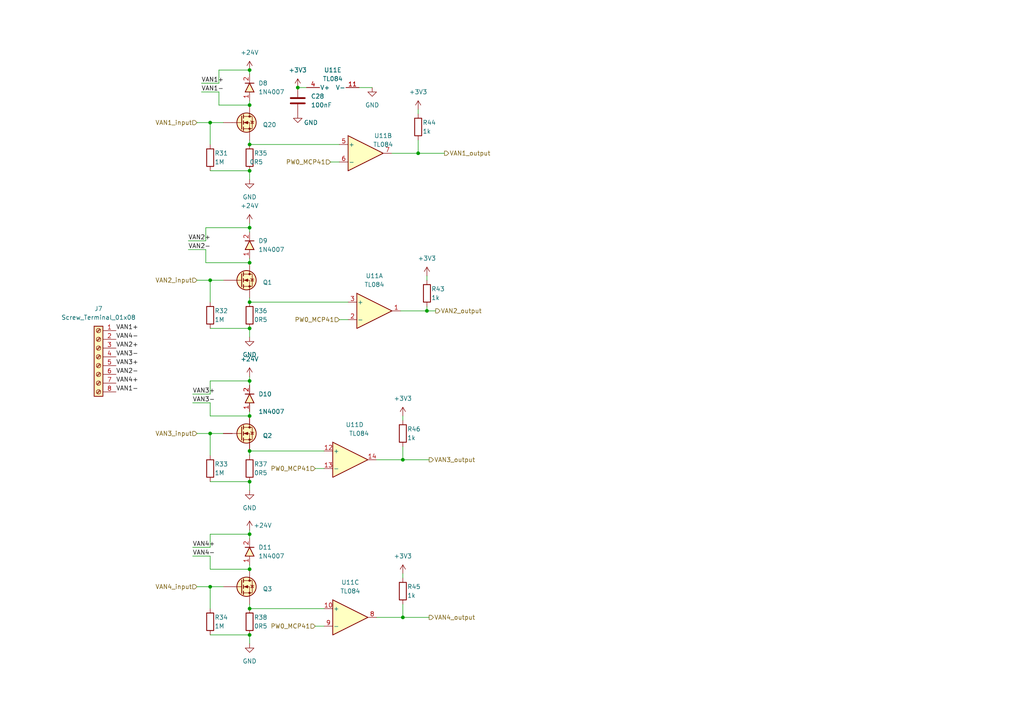
<source format=kicad_sch>
(kicad_sch (version 20231120) (generator "eeschema") (generator_version "8.0")
  (paper "A4")
  (lib_symbols
    (symbol "Amplifier_Operational:TL084" (pin_names (offset 0.127))
      (property "Reference" "U" (at 0 5.08 0))
      (property "Value" "TL084" (at 0 -5.08 0))
      (symbol "TL084_1_1"
        (polyline (pts (xy -5.08 5.08) (xy 5.08 0) (xy -5.08 -5.08) (xy -5.08 5.08)) (stroke (width 0.254)) (fill (type background)))
        (pin output line (at 7.62 0 180) (length 2.54) (name "~") (number "1"))
        (pin input line (at -7.62 -2.54 0) (length 2.54) (name "-") (number "2"))
        (pin input line (at -7.62 2.54 0) (length 2.54) (name "+") (number "3"))
      )
      (symbol "TL084_2_1"
        (polyline (pts (xy -5.08 5.08) (xy 5.08 0) (xy -5.08 -5.08) (xy -5.08 5.08)) (stroke (width 0.254)) (fill (type background)))
        (pin input line (at -7.62 2.54 0) (length 2.54) (name "+") (number "5"))
        (pin input line (at -7.62 -2.54 0) (length 2.54) (name "-") (number "6"))
        (pin output line (at 7.62 0 180) (length 2.54) (name "~") (number "7"))
      )
      (symbol "TL084_3_1"
        (polyline (pts (xy -5.08 5.08) (xy 5.08 0) (xy -5.08 -5.08) (xy -5.08 5.08)) (stroke (width 0.254)) (fill (type background)))
        (pin input line (at -7.62 2.54 0) (length 2.54) (name "+") (number "10"))
        (pin output line (at 7.62 0 180) (length 2.54) (name "~") (number "8"))
        (pin input line (at -7.62 -2.54 0) (length 2.54) (name "-") (number "9"))
      )
      (symbol "TL084_4_1"
        (polyline (pts (xy -5.08 5.08) (xy 5.08 0) (xy -5.08 -5.08) (xy -5.08 5.08)) (stroke (width 0.254)) (fill (type background)))
        (pin input line (at -7.62 2.54 0) (length 2.54) (name "+") (number "12"))
        (pin input line (at -7.62 -2.54 0) (length 2.54) (name "-") (number "13"))
        (pin output line (at 7.62 0 180) (length 2.54) (name "~") (number "14"))
      )
      (symbol "TL084_5_1"
        (pin power_in line (at -2.54 -7.62 90) (length 3.81) (name "V-") (number "11"))
        (pin power_in line (at -2.54 7.62 270) (length 3.81) (name "V+") (number "4"))
      )
    )
    (symbol "Connector:Screw_Terminal_01x08" (pin_names (offset 1.016) hide)
      (property "Reference" "J" (at 0 10.16 0))
      (property "Value" "Screw_Terminal_01x08" (at 0 -12.7 0))
      (symbol "Screw_Terminal_01x08_1_1"
        (rectangle (start -1.27 8.89) (end 1.27 -11.43) (stroke (width 0.254)) (fill (type background)))
        (circle (center 0 -10.16) (radius 0.635) (stroke (width 0.1524)))
        (circle (center 0 -7.62) (radius 0.635) (stroke (width 0.1524)))
        (circle (center 0 -5.08) (radius 0.635) (stroke (width 0.1524)))
        (circle (center 0 -2.54) (radius 0.635) (stroke (width 0.1524)))
        (polyline (pts (xy -0.5334 -9.8298) (xy 0.3302 -10.668)) (stroke (width 0.1524)))
        (polyline (pts (xy -0.5334 -7.2898) (xy 0.3302 -8.128)) (stroke (width 0.1524)))
        (polyline (pts (xy -0.5334 -4.7498) (xy 0.3302 -5.588)) (stroke (width 0.1524)))
        (polyline (pts (xy -0.5334 -2.2098) (xy 0.3302 -3.048)) (stroke (width 0.1524)))
        (polyline (pts (xy -0.5334 0.3302) (xy 0.3302 -0.508)) (stroke (width 0.1524)))
        (polyline (pts (xy -0.5334 2.8702) (xy 0.3302 2.032)) (stroke (width 0.1524)))
        (polyline (pts (xy -0.5334 5.4102) (xy 0.3302 4.572)) (stroke (width 0.1524)))
        (polyline (pts (xy -0.5334 7.9502) (xy 0.3302 7.112)) (stroke (width 0.1524)))
        (polyline (pts (xy -0.3556 -9.652) (xy 0.508 -10.4902)) (stroke (width 0.1524)))
        (polyline (pts (xy -0.3556 -7.112) (xy 0.508 -7.9502)) (stroke (width 0.1524)))
        (polyline (pts (xy -0.3556 -4.572) (xy 0.508 -5.4102)) (stroke (width 0.1524)))
        (polyline (pts (xy -0.3556 -2.032) (xy 0.508 -2.8702)) (stroke (width 0.1524)))
        (polyline (pts (xy -0.3556 0.508) (xy 0.508 -0.3302)) (stroke (width 0.1524)))
        (polyline (pts (xy -0.3556 3.048) (xy 0.508 2.2098)) (stroke (width 0.1524)))
        (polyline (pts (xy -0.3556 5.588) (xy 0.508 4.7498)) (stroke (width 0.1524)))
        (polyline (pts (xy -0.3556 8.128) (xy 0.508 7.2898)) (stroke (width 0.1524)))
        (circle (center 0 0) (radius 0.635) (stroke (width 0.1524)))
        (circle (center 0 2.54) (radius 0.635) (stroke (width 0.1524)))
        (circle (center 0 5.08) (radius 0.635) (stroke (width 0.1524)))
        (circle (center 0 7.62) (radius 0.635) (stroke (width 0.1524)))
        (pin passive line (at -5.08 7.62 0) (length 3.81) (name "Pin_1") (number "1"))
        (pin passive line (at -5.08 5.08 0) (length 3.81) (name "Pin_2") (number "2"))
        (pin passive line (at -5.08 2.54 0) (length 3.81) (name "Pin_3") (number "3"))
        (pin passive line (at -5.08 0 0) (length 3.81) (name "Pin_4") (number "4"))
        (pin passive line (at -5.08 -2.54 0) (length 3.81) (name "Pin_5") (number "5"))
        (pin passive line (at -5.08 -5.08 0) (length 3.81) (name "Pin_6") (number "6"))
        (pin passive line (at -5.08 -7.62 0) (length 3.81) (name "Pin_7") (number "7"))
        (pin passive line (at -5.08 -10.16 0) (length 3.81) (name "Pin_8") (number "8"))
      )
    )
    (symbol "Device:C" (pin_numbers hide) (pin_names (offset 0.254))
      (property "Reference" "C" (at 0.635 2.54 0))
      (property "Value" "C" (at 0.635 -2.54 0))
      (symbol "C_0_1"
        (polyline (pts (xy -2.032 -0.762) (xy 2.032 -0.762)) (stroke (width 0.508)))
        (polyline (pts (xy -2.032 0.762) (xy 2.032 0.762)) (stroke (width 0.508)))
      )
      (symbol "C_1_1"
        (pin passive line (at 0 3.81 270) (length 2.794) (name "~") (number "1"))
        (pin passive line (at 0 -3.81 90) (length 2.794) (name "~") (number "2"))
      )
    )
    (symbol "Device:R" (pin_numbers hide) (pin_names (offset 0))
      (property "Reference" "R" (at 2.032 0 90))
      (property "Value" "R" (at 0 0 90))
      (symbol "R_0_1"
        (rectangle (start -1.016 -2.54) (end 1.016 2.54) (stroke (width 0.254)))
      )
      (symbol "R_1_1"
        (pin passive line (at 0 3.81 270) (length 1.27) (name "~") (number "1"))
        (pin passive line (at 0 -3.81 90) (length 1.27) (name "~") (number "2"))
      )
    )
    (symbol "IVS_SYMBOLS:N_Mosfet" (pin_numbers hide) (pin_names hide)
      (property "Reference" "Q" (at 2.794 1.2192 0))
      (symbol "N_Mosfet_0_1"
        (circle (center -0.889 0) (radius 2.794) (stroke (width 0.254)) (fill (type background)))
        (circle (center 0 -1.778) (radius 0.254) (fill (type outline)))
        (polyline (pts (xy -2.286 0) (xy -5.08 0)))
        (polyline (pts (xy -2.286 1.905) (xy -2.286 -1.905)) (stroke (width 0.254)))
        (polyline (pts (xy -1.778 -1.27) (xy -1.778 -2.286)) (stroke (width 0.254)))
        (polyline (pts (xy -1.778 0.508) (xy -1.778 -0.508)) (stroke (width 0.254)))
        (polyline (pts (xy -1.778 2.286) (xy -1.778 1.27)) (stroke (width 0.254)))
        (polyline (pts (xy 0 2.54) (xy 0 1.778)))
        (polyline (pts (xy 0 -2.54) (xy 0 0) (xy -1.778 0)))
        (polyline (pts (xy -1.778 -1.778) (xy 0.762 -1.778) (xy 0.762 1.778) (xy -1.778 1.778)))
        (polyline (pts (xy -1.524 0) (xy -0.508 0.381) (xy -0.508 -0.381) (xy -1.524 0)) (fill (type outline)))
        (polyline (pts (xy 0.254 0.508) (xy 0.381 0.381) (xy 1.143 0.381) (xy 1.27 0.254)))
        (polyline (pts (xy 0.762 0.381) (xy 0.381 -0.254) (xy 1.143 -0.254) (xy 0.762 0.381)))
        (circle (center 0 1.778) (radius 0.254) (fill (type outline)))
      )
      (symbol "N_Mosfet_1_1"
        (pin input line (at -7.62 0 0) (length 2.54) (name "G") (number "1"))
        (pin passive line (at 0 -5.08 90) (length 2.54) (name "S") (number "2"))
        (pin passive line (at 0 5.08 270) (length 2.54) (name "D") (number "3"))
      )
    )
    (symbol "IVS_SYMBOL_DIR:D_Diode"
      (property "Reference" "D" (at 0 2.54 0))
      (property "Value" "D_Diode" (at 0 -2.54 0))
      (symbol "D_Diode_0_1"
        (polyline (pts (xy 0 1.27) (xy 0 -1.27)) (stroke (width 0.254)))
        (polyline (pts (xy 2.54 1.27) (xy 2.54 -1.27) (xy 0 0) (xy 2.54 1.27)) (stroke (width 0.254)) (fill (type background)))
      )
      (symbol "D_Diode_1_1"
        (pin passive line (at 5.08 0 180) (length 2.54) (name "") (number "1"))
        (pin passive line (at -2.54 0 0) (length 2.54) (name "") (number "2"))
      )
    )
    (symbol "power:+24V" (power) (pin_names (offset 0))
      (property "Value" "+24V" (at 0 3.556 0))
      (symbol "+24V_0_1"
        (polyline (pts (xy -0.762 1.27) (xy 0 2.54)))
        (polyline (pts (xy 0 0) (xy 0 2.54)))
        (polyline (pts (xy 0 2.54) (xy 0.762 1.27)))
      )
      (symbol "+24V_1_1"
        (pin power_in line (at 0 0 90) (length 0) hide (name "+24V") (number "1"))
      )
    )
    (symbol "power:+3V3" (power) (pin_names (offset 0))
      (property "Value" "+3V3" (at 0 3.556 0))
      (symbol "+3V3_0_1"
        (polyline (pts (xy -0.762 1.27) (xy 0 2.54)))
        (polyline (pts (xy 0 0) (xy 0 2.54)))
        (polyline (pts (xy 0 2.54) (xy 0.762 1.27)))
      )
      (symbol "+3V3_1_1"
        (pin power_in line (at 0 0 90) (length 0) hide (name "+3V3") (number "1"))
      )
    )
    (symbol "power:GND" (power) (pin_names (offset 0))
      (property "Value" "GND" (at 0 -3.81 0))
      (symbol "GND_0_1"
        (polyline (pts (xy 0 0) (xy 0 -1.27) (xy 1.27 -1.27) (xy 0 -2.54) (xy -1.27 -1.27) (xy 0 -1.27)))
      )
      (symbol "GND_1_1"
        (pin power_in line (at 0 0 270) (length 0) hide (name "GND") (number "1"))
      )
    )
  )
  (junction (at 72.39 87.63))
  (junction (at 72.39 154.94))
  (junction (at 121.285 44.45))
  (junction (at 72.39 184.15))
  (junction (at 123.825 90.17))
  (junction (at 72.39 120.65))
  (junction (at 86.36 25.4))
  (junction (at 60.96 81.28))
  (junction (at 72.39 76.2))
  (junction (at 72.39 139.7))
  (junction (at 60.96 170.18))
  (junction (at 116.84 133.35))
  (junction (at 72.39 176.53))
  (junction (at 72.39 49.53))
  (junction (at 72.39 130.81))
  (junction (at 72.39 165.1))
  (junction (at 72.39 95.25))
  (junction (at 116.84 179.07))
  (junction (at 72.39 110.49))
  (junction (at 72.39 66.04))
  (junction (at 60.96 35.56))
  (junction (at 60.96 125.73))
  (junction (at 72.39 30.48))
  (junction (at 72.39 20.32))
  (junction (at 72.39 41.91))
  (wire (pts (xy 72.39 109.22) (xy 72.39 110.49)))
  (wire (pts (xy 116.205 90.17) (xy 123.825 90.17)))
  (wire (pts (xy 116.84 133.35) (xy 124.46 133.35)))
  (wire (pts (xy 60.96 41.91) (xy 60.96 35.56)))
  (wire (pts (xy 72.39 176.53) (xy 93.98 176.53)))
  (wire (pts (xy 60.96 170.18) (xy 64.77 170.18)))
  (wire (pts (xy 59.69 76.2) (xy 72.39 76.2)))
  (wire (pts (xy 54.61 69.85) (xy 59.69 69.85)))
  (wire (pts (xy 100.965 87.63) (xy 72.39 87.63)))
  (wire (pts (xy 57.15 125.73) (xy 60.96 125.73)))
  (wire (pts (xy 72.39 184.15) (xy 72.39 186.69)))
  (wire (pts (xy 109.22 133.35) (xy 116.84 133.35)))
  (wire (pts (xy 57.15 170.18) (xy 60.96 170.18)))
  (wire (pts (xy 86.36 25.4) (xy 88.9 25.4)))
  (wire (pts (xy 58.42 24.13) (xy 63.5 24.13)))
  (wire (pts (xy 72.39 153.67) (xy 72.39 154.94)))
  (wire (pts (xy 60.96 120.65) (xy 72.39 120.65)))
  (wire (pts (xy 63.5 26.67) (xy 63.5 30.48)))
  (wire (pts (xy 93.98 130.81) (xy 72.39 130.81)))
  (wire (pts (xy 72.39 29.21) (xy 72.39 30.48)))
  (wire (pts (xy 121.285 40.64) (xy 121.285 44.45)))
  (wire (pts (xy 123.825 88.9) (xy 123.825 90.17)))
  (wire (pts (xy 60.96 176.53) (xy 60.96 170.18)))
  (wire (pts (xy 91.44 135.89) (xy 93.98 135.89)))
  (wire (pts (xy 72.39 154.94) (xy 72.39 156.21)))
  (wire (pts (xy 72.39 139.7) (xy 72.39 142.24)))
  (wire (pts (xy 60.96 95.25) (xy 72.39 95.25)))
  (wire (pts (xy 72.39 74.93) (xy 72.39 76.2)))
  (wire (pts (xy 95.885 46.99) (xy 98.425 46.99)))
  (wire (pts (xy 60.96 125.73) (xy 64.77 125.73)))
  (wire (pts (xy 60.96 35.56) (xy 64.77 35.56)))
  (wire (pts (xy 109.22 179.07) (xy 116.84 179.07)))
  (wire (pts (xy 60.96 114.3) (xy 60.96 110.49)))
  (wire (pts (xy 60.96 139.7) (xy 72.39 139.7)))
  (wire (pts (xy 116.84 175.26) (xy 116.84 179.07)))
  (wire (pts (xy 72.39 86.36) (xy 72.39 87.63)))
  (wire (pts (xy 60.96 165.1) (xy 72.39 165.1)))
  (wire (pts (xy 60.96 132.08) (xy 60.96 125.73)))
  (wire (pts (xy 55.88 116.84) (xy 60.96 116.84)))
  (wire (pts (xy 63.5 30.48) (xy 72.39 30.48)))
  (wire (pts (xy 72.39 95.25) (xy 72.39 97.79)))
  (wire (pts (xy 121.285 33.02) (xy 121.285 31.75)))
  (wire (pts (xy 60.96 184.15) (xy 72.39 184.15)))
  (wire (pts (xy 91.44 181.61) (xy 93.98 181.61)))
  (wire (pts (xy 72.39 110.49) (xy 72.39 111.76)))
  (wire (pts (xy 59.69 69.85) (xy 59.69 66.04)))
  (wire (pts (xy 72.39 119.38) (xy 72.39 120.65)))
  (wire (pts (xy 60.96 158.75) (xy 60.96 154.94)))
  (wire (pts (xy 55.88 114.3) (xy 60.96 114.3)))
  (wire (pts (xy 63.5 20.32) (xy 72.39 20.32)))
  (wire (pts (xy 63.5 24.13) (xy 63.5 20.32)))
  (wire (pts (xy 121.285 44.45) (xy 128.905 44.45)))
  (wire (pts (xy 116.84 121.92) (xy 116.84 120.65)))
  (wire (pts (xy 72.39 66.04) (xy 72.39 67.31)))
  (wire (pts (xy 72.39 163.83) (xy 72.39 165.1)))
  (wire (pts (xy 55.88 158.75) (xy 60.96 158.75)))
  (wire (pts (xy 60.96 154.94) (xy 72.39 154.94)))
  (wire (pts (xy 60.96 110.49) (xy 72.39 110.49)))
  (wire (pts (xy 59.69 72.39) (xy 59.69 76.2)))
  (wire (pts (xy 72.39 40.64) (xy 72.39 41.91)))
  (wire (pts (xy 107.95 25.4) (xy 104.14 25.4)))
  (wire (pts (xy 72.39 175.26) (xy 72.39 176.53)))
  (wire (pts (xy 98.425 92.71) (xy 100.965 92.71)))
  (wire (pts (xy 123.825 90.17) (xy 126.365 90.17)))
  (wire (pts (xy 72.39 130.81) (xy 72.39 132.08)))
  (wire (pts (xy 123.825 81.28) (xy 123.825 80.01)))
  (wire (pts (xy 116.84 167.64) (xy 116.84 166.37)))
  (wire (pts (xy 60.96 87.63) (xy 60.96 81.28)))
  (wire (pts (xy 59.69 66.04) (xy 72.39 66.04)))
  (wire (pts (xy 57.15 81.28) (xy 60.96 81.28)))
  (wire (pts (xy 72.39 64.77) (xy 72.39 66.04)))
  (wire (pts (xy 116.84 179.07) (xy 124.46 179.07)))
  (wire (pts (xy 58.42 26.67) (xy 63.5 26.67)))
  (wire (pts (xy 60.96 161.29) (xy 60.96 165.1)))
  (wire (pts (xy 60.96 116.84) (xy 60.96 120.65)))
  (wire (pts (xy 72.39 49.53) (xy 72.39 52.07)))
  (wire (pts (xy 113.665 44.45) (xy 121.285 44.45)))
  (wire (pts (xy 55.88 161.29) (xy 60.96 161.29)))
  (wire (pts (xy 60.96 49.53) (xy 72.39 49.53)))
  (wire (pts (xy 57.15 35.56) (xy 60.96 35.56)))
  (wire (pts (xy 54.61 72.39) (xy 59.69 72.39)))
  (wire (pts (xy 72.39 41.91) (xy 98.425 41.91)))
  (wire (pts (xy 116.84 129.54) (xy 116.84 133.35)))
  (wire (pts (xy 72.39 20.32) (xy 72.39 21.59)))
  (wire (pts (xy 60.96 81.28) (xy 64.77 81.28)))
  (label "VAN2-" (at 54.61 72.39 0))
  (label "VAN1+" (at 58.42 24.13 0))
  (label "VAN3+" (at 55.88 114.3 0))
  (label "VAN1+" (at 33.655 95.885 0))
  (label "VAN4-" (at 55.88 161.29 0))
  (label "VAN4-" (at 33.655 98.425 0))
  (label "VAN2-" (at 33.655 108.585 0))
  (label "VAN4+" (at 55.88 158.75 0))
  (label "VAN3-" (at 55.88 116.84 0))
  (label "VAN4+" (at 33.655 111.125 0))
  (label "VAN2+" (at 54.61 69.85 0))
  (label "VAN1-" (at 33.655 113.665 0))
  (label "VAN2+" (at 33.655 100.965 0))
  (label "VAN3-" (at 33.655 103.505 0))
  (label "VAN1-" (at 58.42 26.67 0))
  (label "VAN3+" (at 33.655 106.045 0))
  (hierarchical_label "VAN2_input" (shape input) (at 57.15 81.28 180))
  (hierarchical_label "VAN3_output" (shape output) (at 124.46 133.35 0))
  (hierarchical_label "PW0_MCP41" (shape input) (at 95.885 46.99 180))
  (hierarchical_label "VAN4_input" (shape input) (at 57.15 170.18 180))
  (hierarchical_label "PW0_MCP41" (shape input) (at 98.425 92.71 180))
  (hierarchical_label "VAN3_input" (shape input) (at 57.15 125.73 180))
  (hierarchical_label "PW0_MCP41" (shape input) (at 91.44 181.61 180))
  (hierarchical_label "VAN2_output" (shape output) (at 126.365 90.17 0))
  (hierarchical_label "PW0_MCP41" (shape input) (at 91.44 135.89 180))
  (hierarchical_label "VAN1_input" (shape input) (at 57.15 35.56 180))
  (hierarchical_label "VAN4_output" (shape output) (at 124.46 179.07 0))
  (hierarchical_label "VAN1_output" (shape output) (at 128.905 44.45 0))
  (symbol (lib_id "Device:R") (at 60.96 91.44 0) (unit 1)
    (property "Reference" "R32" (at 62.23 90.17 0) (effects (justify left)))
    (property "Value" "1M" (at 62.23 92.71 0) (effects (justify left)))
    (property "Footprint" "IVS_FOOTPRINTS:R0603" (effects (hide yes)))
  )
  (symbol (lib_id "Device:R") (at 116.84 125.73 0) (unit 1)
    (property "Reference" "R46" (at 118.11 124.46 0) (effects (justify left)))
    (property "Value" "1k" (at 118.11 127 0) (effects (justify left)))
    (property "Footprint" "IVS_FOOTPRINTS:R0603" (effects (hide yes)))
  )
  (symbol (lib_id "power:+24V") (at 72.39 109.22 0) (unit 1)
    (property "Reference" "#PWR077" (effects (hide yes)))
    (property "Value" "+24V" (at 72.39 104.14 0))
  )
  (symbol (lib_id "Device:R") (at 123.825 85.09 0) (unit 1)
    (property "Reference" "R43" (at 125.095 83.82 0) (effects (justify left)))
    (property "Value" "1k" (at 125.095 86.36 0) (effects (justify left)))
    (property "Footprint" "IVS_FOOTPRINTS:R0603" (effects (hide yes)))
  )
  (symbol (lib_id "Amplifier_Operational:TL084") (at 108.585 90.17 0) (unit 1)
    (property "Reference" "U11" (at 108.585 80.01 0))
    (property "Value" "TL084" (at 108.585 82.55 0))
    (property "Footprint" "IVS_FOOTPRINTS:TSSOP14" (effects (hide yes)))
    (property "Datasheet" "http://www.ti.com/lit/ds/symlink/tl081.pdf" (effects (hide yes)))
  )
  (symbol (lib_id "power:+3V3") (at 121.285 31.75 0) (unit 1)
    (property "Reference" "#PWR089" (effects (hide yes)))
    (property "Value" "+3V3" (at 121.285 26.67 0))
  )
  (symbol (lib_id "power:+24V") (at 72.39 20.32 0) (unit 1)
    (property "Reference" "#PWR073" (effects (hide yes)))
    (property "Value" "+24V" (at 72.39 15.24 0))
  )
  (symbol (lib_id "IVS_SYMBOLS:N_Mosfet") (at 72.39 125.73 0) (unit 1)
    (property "Reference" "Q2" (at 76.2 126.365 0) (effects (justify left)))
    (property "Value" "N_Mosfet" (effects (hide yes)))
    (property "Footprint" "IVS_FOOTPRINTS:SOT23-3" (effects (hide yes)))
    (property "Datasheet" "https://www.onsemi.com/pub/Collateral/BSS138-D.PDF" (effects (hide yes)))
  )
  (symbol (lib_id "Amplifier_Operational:TL084") (at 101.6 179.07 0) (unit 3)
    (property "Reference" "U11" (at 101.6 168.91 0))
    (property "Value" "TL084" (at 101.6 171.45 0))
    (property "Footprint" "IVS_FOOTPRINTS:TSSOP14" (effects (hide yes)))
    (property "Datasheet" "http://www.ti.com/lit/ds/symlink/tl081.pdf" (effects (hide yes)))
  )
  (symbol (lib_id "Device:R") (at 60.96 180.34 0) (unit 1)
    (property "Reference" "R34" (at 62.23 179.07 0) (effects (justify left)))
    (property "Value" "1M" (at 62.23 181.61 0) (effects (justify left)))
    (property "Footprint" "IVS_FOOTPRINTS:R0603" (effects (hide yes)))
  )
  (symbol (lib_id "IVS_SYMBOL_DIR:D_Diode") (at 72.39 114.3 270) (unit 1)
    (property "Reference" "D10" (at 74.93 114.2999 90) (effects (justify left)))
    (property "Value" "1N4007" (at 74.93 119.3799 90) (effects (justify left)))
    (property "Footprint" "IVS_FOOTPRINTS:D_SOD323" (effects (hide yes)))
  )
  (symbol (lib_id "Connector:Screw_Terminal_01x08") (at 28.575 103.505 0) (mirror y) (unit 1)
    (property "Reference" "J7" (at 28.575 89.535 0))
    (property "Value" "Screw_Terminal_01x08" (at 28.575 92.075 0))
    (property "Footprint" "IVS_FOOTPRINTS:HT-3.96mm" (effects (hide yes)))
  )
  (symbol (lib_id "power:GND") (at 86.36 33.02 0) (unit 1)
    (property "Reference" "#PWR082" (effects (hide yes)))
    (property "Value" "GND" (at 90.17 35.56 0))
  )
  (symbol (lib_id "Device:R") (at 116.84 171.45 0) (unit 1)
    (property "Reference" "R45" (at 118.11 170.18 0) (effects (justify left)))
    (property "Value" "1k" (at 118.11 172.72 0) (effects (justify left)))
    (property "Footprint" "IVS_FOOTPRINTS:R0603" (effects (hide yes)))
  )
  (symbol (lib_id "power:+24V") (at 72.39 64.77 0) (unit 1)
    (property "Reference" "#PWR075" (effects (hide yes)))
    (property "Value" "+24V" (at 72.39 59.69 0))
  )
  (symbol (lib_id "Device:R") (at 72.39 45.72 0) (unit 1)
    (property "Reference" "R35" (at 73.66 44.45 0) (effects (justify left)))
    (property "Value" "0R5" (at 72.39 46.99 0) (effects (justify left)))
    (property "Footprint" "Resistor_SMD:R_0805_2012Metric" (effects (hide yes)))
  )
  (symbol (lib_id "Amplifier_Operational:TL084") (at 101.6 133.35 0) (unit 4)
    (property "Reference" "U11" (at 102.87 123.19 0))
    (property "Value" "TL084" (at 104.14 125.73 0))
    (property "Footprint" "IVS_FOOTPRINTS:TSSOP14" (effects (hide yes)))
    (property "Datasheet" "http://www.ti.com/lit/ds/symlink/tl081.pdf" (effects (hide yes)))
  )
  (symbol (lib_id "Device:R") (at 72.39 135.89 0) (unit 1)
    (property "Reference" "R37" (at 73.66 134.62 0) (effects (justify left)))
    (property "Value" "0R5" (at 73.66 137.16 0) (effects (justify left)))
    (property "Footprint" "Resistor_SMD:R_0805_2012Metric" (effects (hide yes)))
  )
  (symbol (lib_id "IVS_SYMBOLS:N_Mosfet") (at 72.39 81.28 0) (unit 1)
    (property "Reference" "Q1" (at 76.2 81.915 0) (effects (justify left)))
    (property "Value" "N_Mosfet" (effects (hide yes)))
    (property "Footprint" "IVS_FOOTPRINTS:SOT23-3" (effects (hide yes)))
    (property "Datasheet" "https://www.onsemi.com/pub/Collateral/BSS138-D.PDF" (effects (hide yes)))
  )
  (symbol (lib_id "Device:R") (at 60.96 135.89 0) (unit 1)
    (property "Reference" "R33" (at 62.23 134.62 0) (effects (justify left)))
    (property "Value" "1M" (at 62.23 137.16 0) (effects (justify left)))
    (property "Footprint" "IVS_FOOTPRINTS:R0603" (effects (hide yes)))
  )
  (symbol (lib_id "power:GND") (at 72.39 186.69 0) (unit 1)
    (property "Reference" "#PWR080" (effects (hide yes)))
    (property "Value" "GND" (at 72.39 191.77 0))
  )
  (symbol (lib_id "Device:C") (at 86.36 29.21 0) (unit 1)
    (property "Reference" "C28" (at 90.17 27.9399 0) (effects (justify left)))
    (property "Value" "100nF" (at 90.17 30.4799 0) (effects (justify left)))
    (property "Footprint" "IVS_FOOTPRINTS:C0603" (effects (hide yes)))
  )
  (symbol (lib_id "power:+3V3") (at 86.36 25.4 0) (unit 1)
    (property "Reference" "#PWR081" (effects (hide yes)))
    (property "Value" "+3V3" (at 86.36 20.32 0))
  )
  (symbol (lib_id "IVS_SYMBOL_DIR:D_Diode") (at 72.39 158.75 270) (unit 1)
    (property "Reference" "D11" (at 74.93 158.7499 90) (effects (justify left)))
    (property "Value" "1N4007" (at 74.93 161.2899 90) (effects (justify left)))
    (property "Footprint" "IVS_FOOTPRINTS:D_SOD323" (effects (hide yes)))
  )
  (symbol (lib_id "power:GND") (at 72.39 142.24 0) (unit 1)
    (property "Reference" "#PWR078" (effects (hide yes)))
    (property "Value" "GND" (at 72.39 147.32 0))
  )
  (symbol (lib_id "Device:R") (at 60.96 45.72 0) (unit 1)
    (property "Reference" "R31" (at 62.23 44.45 0) (effects (justify left)))
    (property "Value" "1M" (at 62.23 46.99 0) (effects (justify left)))
    (property "Footprint" "IVS_FOOTPRINTS:R0603" (effects (hide yes)))
  )
  (symbol (lib_id "power:+24V") (at 72.39 153.67 0) (unit 1)
    (property "Reference" "#PWR079" (effects (hide yes)))
    (property "Value" "+24V" (at 76.2 152.4 0))
  )
  (symbol (lib_id "Device:R") (at 72.39 180.34 0) (unit 1)
    (property "Reference" "R38" (at 73.66 179.07 0) (effects (justify left)))
    (property "Value" "0R5" (at 73.66 181.61 0) (effects (justify left)))
    (property "Footprint" "Resistor_SMD:R_0805_2012Metric" (effects (hide yes)))
  )
  (symbol (lib_id "Device:R") (at 121.285 36.83 0) (unit 1)
    (property "Reference" "R44" (at 122.555 35.56 0) (effects (justify left)))
    (property "Value" "1k" (at 122.555 38.1 0) (effects (justify left)))
    (property "Footprint" "IVS_FOOTPRINTS:R0603" (effects (hide yes)))
  )
  (symbol (lib_id "IVS_SYMBOLS:N_Mosfet") (at 72.39 35.56 0) (unit 1)
    (property "Reference" "Q20" (at 76.2 36.195 0) (effects (justify left)))
    (property "Value" "N_Mosfet" (effects (hide yes)))
    (property "Footprint" "IVS_FOOTPRINTS:SOT23-3" (effects (hide yes)))
    (property "Datasheet" "https://www.onsemi.com/pub/Collateral/BSS138-D.PDF" (effects (hide yes)))
  )
  (symbol (lib_id "Amplifier_Operational:TL084") (at 106.045 44.45 0) (unit 2)
    (property "Reference" "U11" (at 111.125 39.37 0))
    (property "Value" "TL084" (at 111.125 41.91 0))
    (property "Footprint" "IVS_FOOTPRINTS:TSSOP14" (effects (hide yes)))
    (property "Datasheet" "http://www.ti.com/lit/ds/symlink/tl081.pdf" (effects (hide yes)))
  )
  (symbol (lib_id "IVS_SYMBOL_DIR:D_Diode") (at 72.39 24.13 270) (unit 1)
    (property "Reference" "D8" (at 74.93 24.1299 90) (effects (justify left)))
    (property "Value" "1N4007" (at 74.93 26.6699 90) (effects (justify left)))
    (property "Footprint" "IVS_FOOTPRINTS:D_SOD323" (effects (hide yes)))
  )
  (symbol (lib_id "power:+3V3") (at 116.84 166.37 0) (unit 1)
    (property "Reference" "#PWR090" (effects (hide yes)))
    (property "Value" "+3V3" (at 116.84 161.29 0))
  )
  (symbol (lib_id "IVS_SYMBOL_DIR:D_Diode") (at 72.39 69.85 270) (unit 1)
    (property "Reference" "D9" (at 74.93 69.8499 90) (effects (justify left)))
    (property "Value" "1N4007" (at 74.93 72.3899 90) (effects (justify left)))
    (property "Footprint" "IVS_FOOTPRINTS:D_SOD323" (effects (hide yes)))
  )
  (symbol (lib_id "power:GND") (at 107.95 25.4 0) (unit 1)
    (property "Reference" "#PWR087" (effects (hide yes)))
    (property "Value" "GND" (at 107.95 30.48 0))
  )
  (symbol (lib_id "power:+3V3") (at 116.84 120.65 0) (unit 1)
    (property "Reference" "#PWR091" (effects (hide yes)))
    (property "Value" "+3V3" (at 116.84 115.57 0))
  )
  (symbol (lib_id "IVS_SYMBOLS:N_Mosfet") (at 72.39 170.18 0) (unit 1)
    (property "Reference" "Q3" (at 76.2 170.815 0) (effects (justify left)))
    (property "Value" "N_Mosfet" (effects (hide yes)))
    (property "Footprint" "IVS_FOOTPRINTS:SOT23-3" (effects (hide yes)))
    (property "Datasheet" "https://www.onsemi.com/pub/Collateral/BSS138-D.PDF" (effects (hide yes)))
  )
  (symbol (lib_id "power:GND") (at 72.39 97.79 0) (unit 1)
    (property "Reference" "#PWR076" (effects (hide yes)))
    (property "Value" "GND" (at 72.39 102.87 0))
  )
  (symbol (lib_id "Amplifier_Operational:TL084") (at 96.52 22.86 90) (unit 5)
    (property "Reference" "U11" (at 96.52 20.32 90))
    (property "Value" "TL084" (at 96.52 22.86 90))
    (property "Footprint" "IVS_FOOTPRINTS:TSSOP14" (effects (hide yes)))
    (property "Datasheet" "http://www.ti.com/lit/ds/symlink/tl081.pdf" (effects (hide yes)))
  )
  (symbol (lib_id "Device:R") (at 72.39 91.44 0) (unit 1)
    (property "Reference" "R36" (at 73.66 90.17 0) (effects (justify left)))
    (property "Value" "0R5" (at 73.66 92.71 0) (effects (justify left)))
    (property "Footprint" "Resistor_SMD:R_0805_2012Metric" (effects (hide yes)))
  )
  (symbol (lib_id "power:GND") (at 72.39 52.07 0) (unit 1)
    (property "Reference" "#PWR074" (effects (hide yes)))
    (property "Value" "GND" (at 72.39 57.15 0))
  )
  (symbol (lib_id "power:+3V3") (at 123.825 80.01 0) (unit 1)
    (property "Reference" "#PWR088" (effects (hide yes)))
    (property "Value" "+3V3" (at 123.825 74.93 0))
  )
)
</source>
